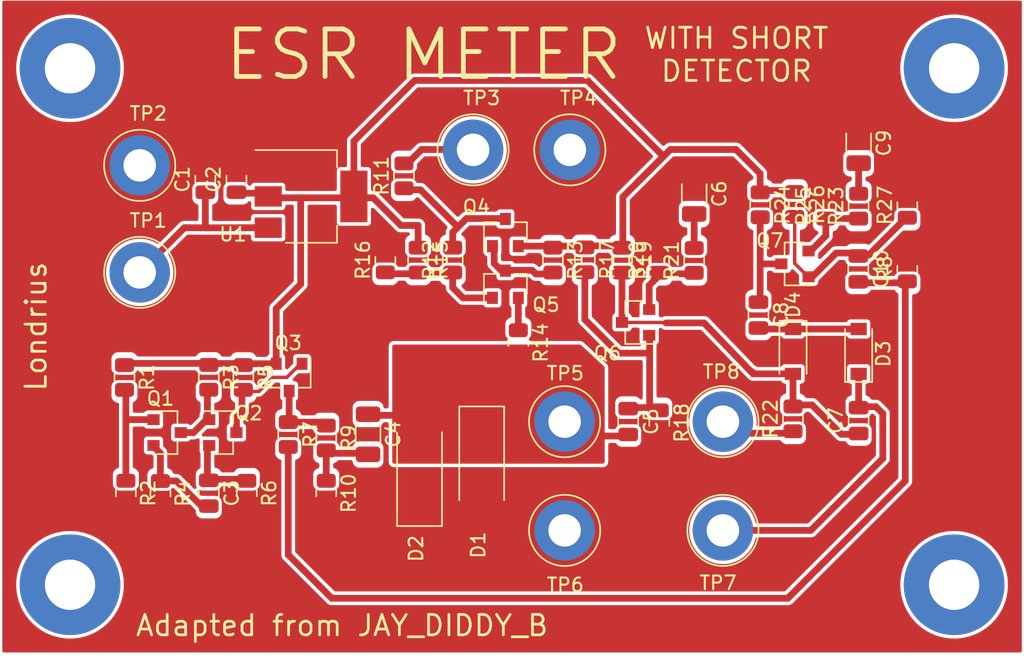
<source format=kicad_pcb>
(kicad_pcb (version 20240108) (generator "pcbnew") (generator_version "8.0")
  (layers (0 "F.Cu" signal) (31 "B.Cu" signal) (34 "B.Paste" user) (35 "F.Paste" user) (36 "B.SilkS" user "B.Silkscreen") (37 "F.SilkS" user "F.Silkscreen") (38 "B.Mask" user) (39 "F.Mask" user) (44 "Edge.Cuts" user))
  (net 0 "")
  (net 1 "GND")
  (net 2 "Net-(C4-Pad2)")
  (net 3 "Net-(C4-Pad1)")
  (net 4 "Net-(U1-VI)")
  (net 5 "Net-(C6-Pad2)")
  (net 6 "Net-(Q3-E)")
  (net 7 "Net-(Q2-E)")
  (net 8 "Net-(Q1-E)")
  (net 9 "Net-(Q6-B)")
  (net 10 "Net-(C9-Pad2)")
  (net 11 "Net-(C10-Pad2)")
  (net 12 "Net-(D3-K)")
  (net 13 "Net-(D4-A)")
  (net 14 "Net-(Q7-C)")
  (net 15 "Net-(D3-A)")
  (net 16 "Net-(Q7-B)")
  (net 17 "Net-(Q1-B)")
  (net 18 "Net-(Q1-C)")
  (net 19 "Net-(Q2-C)")
  (net 20 "Net-(Q3-C)")
  (net 21 "Net-(Q4-B)")
  (net 22 "Net-(Q4-C)")
  (net 23 "Net-(R11-Pad2)")
  (net 24 "Net-(R22-Pad1)")
  (net 25 "Net-(Q5-B)")
  (net 26 "Net-(Q5-E)")
  (net 27 "Net-(Q6-E)")
  (net 28 "Net-(Q7-E)")
  (footprint "Capacitor_SMD:C_0805_2012Metric" (layer "F.Cu") (at 164.9476 48.1674 90)
    (property "Reference" "C1" (at 0 -1.68 90) (layer "F.SilkS"))
    (property "Value" "10u")
    (pad "1" smd roundrect (at -0.95 0 90) (size 1 1.45) (layers "F.Cu" "F.Paste" "F.Mask") (net 4 "Net-(U1-VI)"))
    (pad "2" smd roundrect (at 0.95 0 90) (size 1 1.45) (layers "F.Cu" "F.Paste" "F.Mask") (net 1 "GND"))
  )
  (footprint "Capacitor_SMD:C_0805_2012Metric" (layer "F.Cu") (at 167.2336 48.1674 90)
    (property "Reference" "C2" (at 0 -1.68 90) (layer "F.SilkS"))
    (property "Value" "22u")
    (pad "1" smd roundrect (at -0.95 0 90) (size 1 1.45) (layers "F.Cu" "F.Paste" "F.Mask") (net 6 "Net-(Q3-E)"))
    (pad "2" smd roundrect (at 0.95 0 90) (size 1 1.45) (layers "F.Cu" "F.Paste" "F.Mask") (net 1 "GND"))
  )
  (footprint "Capacitor_SMD:C_0805_2012Metric" (layer "F.Cu") (at 165.2016 71.2634 -90)
    (property "Reference" "C3" (at 0 -1.68 -90) (layer "F.SilkS"))
    (property "Value" "1500p")
    (pad "1" smd roundrect (at -0.95 0 270) (size 1 1.45) (layers "F.Cu" "F.Paste" "F.Mask") (net 7 "Net-(Q2-E)"))
    (pad "2" smd roundrect (at 0.95 0 270) (size 1 1.45) (layers "F.Cu" "F.Paste" "F.Mask") (net 8 "Net-(Q1-E)"))
  )
  (footprint "Capacitor_SMD:C_1206_3216Metric" (layer "F.Cu") (at 176.911 66.929 -90)
    (property "Reference" "C4" (at 0 -1.85 -90) (layer "F.SilkS"))
    (property "Value" "2.2u")
    (pad "1" smd roundrect (at -1.475 0 270) (size 1.15 1.8) (layers "F.Cu" "F.Paste" "F.Mask") (roundrect_rratio 0.217391) (net 3 "Net-(C4-Pad1)"))
    (pad "2" smd roundrect (at 1.475 0 270) (size 1.15 1.8) (layers "F.Cu" "F.Paste" "F.Mask") (roundrect_rratio 0.217391) (net 2 "Net-(C4-Pad2)"))
  )
  (footprint "Capacitor_SMD:C_0805_2012Metric" (layer "F.Cu") (at 196.0372 65.9929 -90)
    (property "Reference" "C5" (at 0 -1.68 -90) (layer "F.SilkS"))
    (property "Value" "22n")
    (pad "1" smd roundrect (at -0.95 0 270) (size 1 1.45) (layers "F.Cu" "F.Paste" "F.Mask") (net 9 "Net-(Q6-B)"))
    (pad "2" smd roundrect (at 0.95 0 270) (size 1 1.45) (layers "F.Cu" "F.Paste" "F.Mask") (net 3 "Net-(C4-Pad1)"))
  )
  (footprint "Capacitor_SMD:C_1206_3216Metric" (layer "F.Cu") (at 200.8886 49.2395 -90)
    (property "Reference" "C6" (at 0 -1.85 -90) (layer "F.SilkS"))
    (property "Value" "2.2u")
    (pad "1" smd roundrect (at -1.475 0 270) (size 1.15 1.8) (layers "F.Cu" "F.Paste" "F.Mask") (roundrect_rratio 0.217391) (net 1 "GND"))
    (pad "2" smd roundrect (at 1.475 0 270) (size 1.15 1.8) (layers "F.Cu" "F.Paste" "F.Mask") (roundrect_rratio 0.217391) (net 5 "Net-(C6-Pad2)"))
  )
  (footprint "Capacitor_SMD:C_0805_2012Metric" (layer "F.Cu") (at 212.979 65.922 90)
    (property "Reference" "C7" (at 0 -1.68 90) (layer "F.SilkS"))
    (property "Value" "22n")
    (pad "1" smd roundrect (at -0.95 0 90) (size 1 1.45) (layers "F.Cu" "F.Paste" "F.Mask") (net 13 "Net-(D4-A)"))
    (pad "2" smd roundrect (at 0.95 0 90) (size 1 1.45) (layers "F.Cu" "F.Paste" "F.Mask") (net 12 "Net-(D3-K)"))
  )
  (footprint "Capacitor_SMD:C_0805_2012Metric" (layer "F.Cu") (at 205.613 58.157 -90)
    (property "Reference" "C8" (at 0 -1.68 -90) (layer "F.SilkS"))
    (property "Value" "22n")
    (pad "1" smd roundrect (at -0.95 0 270) (size 1 1.45) (layers "F.Cu" "F.Paste" "F.Mask") (net 14 "Net-(Q7-C)"))
    (pad "2" smd roundrect (at 0.95 0 270) (size 1 1.45) (layers "F.Cu" "F.Paste" "F.Mask") (net 15 "Net-(D3-A)"))
  )
  (footprint "Capacitor_SMD:C_1206_3216Metric" (layer "F.Cu") (at 212.979 45.5025 -90)
    (property "Reference" "C9" (at 0 -1.85 -90) (layer "F.SilkS"))
    (property "Value" "2.2u")
    (pad "1" smd roundrect (at -1.475 0 270) (size 1.15 1.8) (layers "F.Cu" "F.Paste" "F.Mask") (roundrect_rratio 0.217391) (net 1 "GND"))
    (pad "2" smd roundrect (at 1.475 0 270) (size 1.15 1.8) (layers "F.Cu" "F.Paste" "F.Mask") (roundrect_rratio 0.217391) (net 10 "Net-(C9-Pad2)"))
  )
  (footprint "Capacitor_SMD:C_0805_2012Metric" (layer "F.Cu") (at 212.9536 54.7624 -90)
    (property "Reference" "C10" (at 0 -1.68 -90) (layer "F.SilkS"))
    (property "Value" "22n")
    (pad "1" smd roundrect (at -0.95 0 270) (size 1 1.45) (layers "F.Cu" "F.Paste" "F.Mask") (net 16 "Net-(Q7-B)"))
    (pad "2" smd roundrect (at 0.95 0 270) (size 1 1.45) (layers "F.Cu" "F.Paste" "F.Mask") (net 11 "Net-(C10-Pad2)"))
  )
  (footprint "Diode_SMD:D_SMA_Handsoldering" (layer "F.Cu") (at 185.2676 69.2804 -90)
    (property "Reference" "D1" (at 5.802 0.254 90) (layer "F.SilkS"))
    (property "Value" "M7")
    (pad "1" smd rect (at -2.5 0 270) (size 3.5 1.8) (layers "F.Cu" "F.Paste" "F.Mask") (net 3 "Net-(C4-Pad1)"))
    (pad "2" smd rect (at 2.5 0 270) (size 3.5 1.8) (layers "F.Cu" "F.Paste" "F.Mask") (net 1 "GND"))
  )
  (footprint "Diode_SMD:D_SMA_Handsoldering" (layer "F.Cu") (at 180.6956 69.2804 90)
    (property "Reference" "D2" (at -6.056 -0.254 90) (layer "F.SilkS"))
    (property "Value" "M7")
    (pad "1" smd rect (at -2.5 0 90) (size 3.5 1.8) (layers "F.Cu" "F.Paste" "F.Mask") (net 1 "GND"))
    (pad "2" smd rect (at 2.5 0 90) (size 3.5 1.8) (layers "F.Cu" "F.Paste" "F.Mask") (net 3 "Net-(C4-Pad1)"))
  )
  (footprint "Diode_SMD:D_SOD-123" (layer "F.Cu") (at 212.979 60.832 90)
    (property "Reference" "D3" (at -0.1778 1.8161 90) (layer "F.SilkS"))
    (property "Value" "1N5711")
    (pad "1" smd rect (at -1.65 0 90) (size 0.9 1.2) (layers "F.Cu" "F.Paste" "F.Mask") (net 12 "Net-(D3-K)"))
    (pad "2" smd rect (at 1.65 0 90) (size 0.9 1.2) (layers "F.Cu" "F.Paste" "F.Mask") (net 15 "Net-(D3-A)"))
  )
  (footprint "Diode_SMD:D_SOD-123" (layer "F.Cu") (at 208.153 60.832 -90)
    (property "Reference" "D4" (at -3.43 0 90) (layer "F.SilkS"))
    (property "Value" "1N5711")
    (pad "1" smd rect (at -1.65 0 270) (size 0.9 1.2) (layers "F.Cu" "F.Paste" "F.Mask") (net 15 "Net-(D3-A)"))
    (pad "2" smd rect (at 1.65 0 270) (size 0.9 1.2) (layers "F.Cu" "F.Paste" "F.Mask") (net 13 "Net-(D4-A)"))
  )
  (footprint "Package_TO_SOT_SMD:SOT-23" (layer "F.Cu") (at 166.2336 66.802)
    (property "Reference" "Q2" (at 1.9144 -1.4224 0) (layer "F.SilkS"))
    (property "Value" "MMBT3904")
    (pad "1" smd rect (at -1 -0.95) (size 0.9 0.8) (layers "F.Cu" "F.Paste" "F.Mask") (net 18 "Net-(Q1-C)"))
    (pad "2" smd rect (at -1 0.95) (size 0.9 0.8) (layers "F.Cu" "F.Paste" "F.Mask") (net 7 "Net-(Q2-E)"))
    (pad "3" smd rect (at 1 0) (size 0.9 0.8) (layers "F.Cu" "F.Paste" "F.Mask") (net 19 "Net-(Q2-C)"))
  )
  (footprint "Package_TO_SOT_SMD:SOT-23" (layer "F.Cu") (at 171.1096 62.738 -90)
    (property "Reference" "Q3" (at -2.524 0.066 180) (layer "F.SilkS"))
    (property "Value" "MMBT3906")
    (pad "1" smd rect (at -1 -0.95 270) (size 0.9 0.8) (layers "F.Cu" "F.Paste" "F.Mask") (net 19 "Net-(Q2-C)"))
    (pad "2" smd rect (at -1 0.95 270) (size 0.9 0.8) (layers "F.Cu" "F.Paste" "F.Mask") (net 6 "Net-(Q3-E)"))
    (pad "3" smd rect (at 1 0 270) (size 0.9 0.8) (layers "F.Cu" "F.Paste" "F.Mask") (net 20 "Net-(Q3-C)"))
  )
  (footprint "Package_TO_SOT_SMD:SOT-23" (layer "F.Cu") (at 187.01 52.086 90)
    (property "Reference" "Q4" (at 1.889 -2.1336 180) (layer "F.SilkS"))
    (property "Value" "MMBT3906")
    (pad "1" smd rect (at -1 -0.95 90) (size 0.9 0.8) (layers "F.Cu" "F.Paste" "F.Mask") (net 21 "Net-(Q4-B)"))
    (pad "2" smd rect (at -1 0.95 90) (size 0.9 0.8) (layers "F.Cu" "F.Paste" "F.Mask") (net 6 "Net-(Q3-E)"))
    (pad "3" smd rect (at 1 0 90) (size 0.9 0.8) (layers "F.Cu" "F.Paste" "F.Mask") (net 22 "Net-(Q4-C)"))
  )
  (footprint "Package_TO_SOT_SMD:SOT-23" (layer "F.Cu") (at 187.01 55.8894 90)
    (property "Reference" "Q5" (at -1.5146 2.982 180) (layer "F.SilkS"))
    (property "Value" "MMBT3904")
    (pad "1" smd rect (at -1 -0.95 90) (size 0.9 0.8) (layers "F.Cu" "F.Paste" "F.Mask") (net 25 "Net-(Q5-B)"))
    (pad "2" smd rect (at -1 0.95 90) (size 0.9 0.8) (layers "F.Cu" "F.Paste" "F.Mask") (net 26 "Net-(Q5-E)"))
    (pad "3" smd rect (at 1 0 90) (size 0.9 0.8) (layers "F.Cu" "F.Paste" "F.Mask") (net 21 "Net-(Q4-B)"))
  )
  (footprint "Package_TO_SOT_SMD:SOT-23" (layer "F.Cu") (at 196.58 58.6994 180)
    (property "Reference" "Q6" (at 2.0668 -2.2606 0) (layer "F.SilkS"))
    (property "Value" "MMBT3904")
    (pad "1" smd rect (at -1 -0.95 180) (size 0.9 0.8) (layers "F.Cu" "F.Paste" "F.Mask") (net 9 "Net-(Q6-B)"))
    (pad "2" smd rect (at -1 0.95 180) (size 0.9 0.8) (layers "F.Cu" "F.Paste" "F.Mask") (net 27 "Net-(Q6-E)"))
    (pad "3" smd rect (at 1 0 180) (size 0.9 0.8) (layers "F.Cu" "F.Paste" "F.Mask") (net 13 "Net-(D4-A)"))
  )
  (footprint "Package_TO_SOT_SMD:SOT-23" (layer "F.Cu") (at 208.296 54.3916 180)
    (property "Reference" "Q7" (at 1.8448 1.712 0) (layer "F.SilkS"))
    (property "Value" "MMBT3904")
    (pad "1" smd rect (at -1 -0.95 180) (size 0.9 0.8) (layers "F.Cu" "F.Paste" "F.Mask") (net 16 "Net-(Q7-B)"))
    (pad "2" smd rect (at -1 0.95 180) (size 0.9 0.8) (layers "F.Cu" "F.Paste" "F.Mask") (net 28 "Net-(Q7-E)"))
    (pad "3" smd rect (at 1 0 180) (size 0.9 0.8) (layers "F.Cu" "F.Paste" "F.Mask") (net 14 "Net-(Q7-C)"))
  )
  (footprint "Resistor_SMD:R_0805_2012Metric" (layer "F.Cu") (at 159.004 62.747 -90)
    (property "Reference" "R1" (at 0 -1.65 -90) (layer "F.SilkS"))
    (property "Value" "10K")
    (pad "1" smd roundrect (at -0.9125 0 270) (size 1.025 1.4) (layers "F.Cu" "F.Paste" "F.Mask") (roundrect_rratio 0.243902) (net 6 "Net-(Q3-E)"))
    (pad "2" smd roundrect (at 0.9125 0 270) (size 1.025 1.4) (layers "F.Cu" "F.Paste" "F.Mask") (roundrect_rratio 0.243902) (net 17 "Net-(Q1-B)"))
  )
  (footprint "Resistor_SMD:R_0805_2012Metric" (layer "F.Cu") (at 159.1056 71.2634 -90)
    (property "Reference" "R2" (at 0 -1.65 -90) (layer "F.SilkS"))
    (property "Value" "10K")
    (pad "1" smd roundrect (at -0.9125 0 270) (size 1.025 1.4) (layers "F.Cu" "F.Paste" "F.Mask") (roundrect_rratio 0.243902) (net 17 "Net-(Q1-B)"))
    (pad "2" smd roundrect (at 0.9125 0 270) (size 1.025 1.4) (layers "F.Cu" "F.Paste" "F.Mask") (roundrect_rratio 0.243902) (net 1 "GND"))
  )
  (footprint "Resistor_SMD:R_0805_2012Metric" (layer "F.Cu") (at 165.2016 62.738 -90)
    (property "Reference" "R3" (at 0 -1.65 -90) (layer "F.SilkS"))
    (property "Value" "3300")
    (pad "1" smd roundrect (at -0.9125 0 270) (size 1.025 1.4) (layers "F.Cu" "F.Paste" "F.Mask") (roundrect_rratio 0.243902) (net 6 "Net-(Q3-E)"))
    (pad "2" smd roundrect (at 0.9125 0 270) (size 1.025 1.4) (layers "F.Cu" "F.Paste" "F.Mask") (roundrect_rratio 0.243902) (net 18 "Net-(Q1-C)"))
  )
  (footprint "Resistor_SMD:R_0805_2012Metric" (layer "F.Cu") (at 161.6456 71.2814 -90)
    (property "Reference" "R4" (at 0 -1.65 -90) (layer "F.SilkS"))
    (property "Value" "4700")
    (pad "1" smd roundrect (at -0.9125 0 270) (size 1.025 1.4) (layers "F.Cu" "F.Paste" "F.Mask") (roundrect_rratio 0.243902) (net 8 "Net-(Q1-E)"))
    (pad "2" smd roundrect (at 0.9125 0 270) (size 1.025 1.4) (layers "F.Cu" "F.Paste" "F.Mask") (roundrect_rratio 0.243902) (net 1 "GND"))
  )
  (footprint "Resistor_SMD:R_0805_2012Metric" (layer "F.Cu") (at 167.7416 62.747 -90)
    (property "Reference" "R5" (at 0 -1.65 -90) (layer "F.SilkS"))
    (property "Value" "1500")
    (pad "1" smd roundrect (at -0.9125 0 270) (size 1.025 1.4) (layers "F.Cu" "F.Paste" "F.Mask") (roundrect_rratio 0.243902) (net 6 "Net-(Q3-E)"))
    (pad "2" smd roundrect (at 0.9125 0 270) (size 1.025 1.4) (layers "F.Cu" "F.Paste" "F.Mask") (roundrect_rratio 0.243902) (net 19 "Net-(Q2-C)"))
  )
  (footprint "Resistor_SMD:R_0805_2012Metric" (layer "F.Cu") (at 167.9956 71.2634 -90)
    (property "Reference" "R6" (at 0 -1.65 -90) (layer "F.SilkS"))
    (property "Value" "4700")
    (pad "1" smd roundrect (at -0.9125 0 270) (size 1.025 1.4) (layers "F.Cu" "F.Paste" "F.Mask") (roundrect_rratio 0.243902) (net 7 "Net-(Q2-E)"))
    (pad "2" smd roundrect (at 0.9125 0 270) (size 1.025 1.4) (layers "F.Cu" "F.Paste" "F.Mask") (roundrect_rratio 0.243902) (net 1 "GND"))
  )
  (footprint "Resistor_SMD:R_0805_2012Metric" (layer "F.Cu") (at 171.0436 66.9454 -90)
    (property "Reference" "R7" (at 0 -1.65 -90) (layer "F.SilkS"))
    (property "Value" "1500")
    (pad "1" smd roundrect (at -0.9125 0 270) (size 1.025 1.4) (layers "F.Cu" "F.Paste" "F.Mask") (roundrect_rratio 0.243902) (net 20 "Net-(Q3-C)"))
    (pad "2" smd roundrect (at 0.9125 0 270) (size 1.025 1.4) (layers "F.Cu" "F.Paste" "F.Mask") (roundrect_rratio 0.243902) (net 11 "Net-(C10-Pad2)"))
  )
  (footprint "Resistor_SMD:R_0805_2012Metric" (layer "F.Cu") (at 216.5604 54.7624 90)
    (property "Reference" "R8" (at 0 -1.65 90) (layer "F.SilkS"))
    (property "Value" "30.1")
    (pad "1" smd roundrect (at -0.9125 0 90) (size 1.025 1.4) (layers "F.Cu" "F.Paste" "F.Mask") (roundrect_rratio 0.243902) (net 11 "Net-(C10-Pad2)"))
    (pad "2" smd roundrect (at 0.9125 0 90) (size 1.025 1.4) (layers "F.Cu" "F.Paste" "F.Mask") (roundrect_rratio 0.243902) (net 1 "GND"))
  )
  (footprint "Resistor_SMD:R_0805_2012Metric" (layer "F.Cu") (at 173.8376 67.1994 -90)
    (property "Reference" "R9" (at 0 -1.65 -90) (layer "F.SilkS"))
    (property "Value" "150")
    (pad "1" smd roundrect (at -0.9125 0 270) (size 1.025 1.4) (layers "F.Cu" "F.Paste" "F.Mask") (roundrect_rratio 0.243902) (net 20 "Net-(Q3-C)"))
    (pad "2" smd roundrect (at 0.9125 0 270) (size 1.025 1.4) (layers "F.Cu" "F.Paste" "F.Mask") (roundrect_rratio 0.243902) (net 2 "Net-(C4-Pad2)"))
  )
  (footprint "Resistor_SMD:R_0805_2012Metric" (layer "F.Cu") (at 173.8376 71.2634 -90)
    (property "Reference" "R10" (at 0 -1.65 -90) (layer "F.SilkS"))
    (property "Value" "3.01")
    (pad "1" smd roundrect (at -0.9125 0 270) (size 1.025 1.4) (layers "F.Cu" "F.Paste" "F.Mask") (roundrect_rratio 0.243902) (net 2 "Net-(C4-Pad2)"))
    (pad "2" smd roundrect (at 0.9125 0 270) (size 1.025 1.4) (layers "F.Cu" "F.Paste" "F.Mask") (roundrect_rratio 0.243902) (net 1 "GND"))
  )
  (footprint "Resistor_SMD:R_0805_2012Metric" (layer "F.Cu") (at 179.5526 47.9134 90)
    (property "Reference" "R11" (at 0 -1.65 90) (layer "F.SilkS"))
    (property "Value" "390")
    (pad "1" smd roundrect (at -0.9125 0 90) (size 1.025 1.4) (layers "F.Cu" "F.Paste" "F.Mask") (roundrect_rratio 0.243902) (net 22 "Net-(Q4-C)"))
    (pad "2" smd roundrect (at 0.9125 0 90) (size 1.025 1.4) (layers "F.Cu" "F.Paste" "F.Mask") (roundrect_rratio 0.243902) (net 23 "Net-(R11-Pad2)"))
  )
  (footprint "Resistor_SMD:R_0805_2012Metric" (layer "F.Cu") (at 183.134 54.111 90)
    (property "Reference" "R12" (at 0 -1.65 90) (layer "F.SilkS"))
    (property "Value" "47K")
    (pad "1" smd roundrect (at -0.9125 0 90) (size 1.025 1.4) (layers "F.Cu" "F.Paste" "F.Mask") (roundrect_rratio 0.243902) (net 25 "Net-(Q5-B)"))
    (pad "2" smd roundrect (at 0.9125 0 90) (size 1.025 1.4) (layers "F.Cu" "F.Paste" "F.Mask") (roundrect_rratio 0.243902) (net 22 "Net-(Q4-C)"))
  )
  (footprint "Resistor_SMD:R_0805_2012Metric" (layer "F.Cu") (at 187.96 60.189 -90)
    (property "Reference" "R14" (at 0 -1.65 -90) (layer "F.SilkS"))
    (property "Value" "68")
    (pad "1" smd roundrect (at -0.9125 0 270) (size 1.025 1.4) (layers "F.Cu" "F.Paste" "F.Mask") (roundrect_rratio 0.243902) (net 26 "Net-(Q5-E)"))
    (pad "2" smd roundrect (at 0.9125 0 270) (size 1.025 1.4) (layers "F.Cu" "F.Paste" "F.Mask") (roundrect_rratio 0.243902) (net 3 "Net-(C4-Pad1)"))
  )
  (footprint "Resistor_SMD:R_0805_2012Metric" (layer "F.Cu") (at 180.594 54.111 -90)
    (property "Reference" "R15" (at 0 -1.65 -90) (layer "F.SilkS"))
    (property "Value" "4700")
    (pad "1" smd roundrect (at -0.9125 0 270) (size 1.025 1.4) (layers "F.Cu" "F.Paste" "F.Mask") (roundrect_rratio 0.243902) (net 6 "Net-(Q3-E)"))
    (pad "2" smd roundrect (at 0.9125 0 270) (size 1.025 1.4) (layers "F.Cu" "F.Paste" "F.Mask") (roundrect_rratio 0.243902) (net 25 "Net-(Q5-B)"))
  )
  (footprint "Resistor_SMD:R_0805_2012Metric" (layer "F.Cu") (at 178.181 54.102 90)
    (property "Reference" "R16" (at 0 -1.65 90) (layer "F.SilkS"))
    (property "Value" "1200")
    (pad "1" smd roundrect (at -0.9125 0 90) (size 1.025 1.4) (layers "F.Cu" "F.Paste" "F.Mask") (roundrect_rratio 0.243902) (net 25 "Net-(Q5-B)"))
    (pad "2" smd roundrect (at 0.9125 0 90) (size 1.025 1.4) (layers "F.Cu" "F.Paste" "F.Mask") (roundrect_rratio 0.243902) (net 1 "GND"))
  )
  (footprint "Resistor_SMD:R_0805_2012Metric" (layer "F.Cu") (at 192.8495 54.093 -90)
    (property "Reference" "R17" (at 0 -1.65 -90) (layer "F.SilkS"))
    (property "Value" "27K")
    (pad "1" smd roundrect (at -0.9125 0 270) (size 1.025 1.4) (layers "F.Cu" "F.Paste" "F.Mask") (roundrect_rratio 0.243902) (net 6 "Net-(Q3-E)"))
    (pad "2" smd roundrect (at 0.9125 0 270) (size 1.025 1.4) (layers "F.Cu" "F.Paste" "F.Mask") (roundrect_rratio 0.243902) (net 9 "Net-(Q6-B)"))
  )
  (footprint "Resistor_SMD:R_0805_2012Metric" (layer "F.Cu") (at 198.3232 66.0818 -90)
    (property "Reference" "R18" (at 0 -1.65 -90) (layer "F.SilkS"))
    (property "Value" "10K")
    (pad "1" smd roundrect (at -0.9125 0 270) (size 1.025 1.4) (layers "F.Cu" "F.Paste" "F.Mask") (roundrect_rratio 0.243902) (net 9 "Net-(Q6-B)"))
    (pad "2" smd roundrect (at 0.9125 0 270) (size 1.025 1.4) (layers "F.Cu" "F.Paste" "F.Mask") (roundrect_rratio 0.243902) (net 1 "GND"))
  )
  (footprint "Resistor_SMD:R_0805_2012Metric" (layer "F.Cu") (at 195.58 54.1184 -90)
    (property "Reference" "R19" (at 0 -1.65 -90) (layer "F.SilkS"))
    (property "Value" "1200")
    (pad "1" smd roundrect (at -0.9125 0 270) (size 1.025 1.4) (layers "F.Cu" "F.Paste" "F.Mask") (roundrect_rratio 0.243902) (net 6 "Net-(Q3-E)"))
    (pad "2" smd roundrect (at 0.9125 0 270) (size 1.025 1.4) (layers "F.Cu" "F.Paste" "F.Mask") (roundrect_rratio 0.243902) (net 13 "Net-(D4-A)"))
  )
  (footprint "Resistor_SMD:R_0805_2012Metric" (layer "F.Cu") (at 198.3105 54.1274 90)
    (property "Reference" "R20" (at 0 -1.65 90) (layer "F.SilkS"))
    (property "Value" "330")
    (pad "1" smd roundrect (at -0.9125 0 90) (size 1.025 1.4) (layers "F.Cu" "F.Paste" "F.Mask") (roundrect_rratio 0.243902) (net 27 "Net-(Q6-E)"))
    (pad "2" smd roundrect (at 0.9125 0 90) (size 1.025 1.4) (layers "F.Cu" "F.Paste" "F.Mask") (roundrect_rratio 0.243902) (net 1 "GND"))
  )
  (footprint "Resistor_SMD:R_0805_2012Metric" (layer "F.Cu") (at 200.8886 54.1364 90)
    (property "Reference" "R21" (at 0 -1.65 90) (layer "F.SilkS"))
    (property "Value" "33")
    (pad "1" smd roundrect (at -0.9125 0 90) (size 1.025 1.4) (layers "F.Cu" "F.Paste" "F.Mask") (roundrect_rratio 0.243902) (net 27 "Net-(Q6-E)"))
    (pad "2" smd roundrect (at 0.9125 0 90) (size 1.025 1.4) (layers "F.Cu" "F.Paste" "F.Mask") (roundrect_rratio 0.243902) (net 5 "Net-(C6-Pad2)"))
  )
  (footprint "Resistor_SMD:R_0805_2012Metric" (layer "F.Cu") (at 208.153 65.795 90)
    (property "Reference" "R22" (at 0 -1.65 90) (layer "F.SilkS"))
    (property "Value" "X")
    (pad "1" smd roundrect (at -0.9125 0 90) (size 1.025 1.4) (layers "F.Cu" "F.Paste" "F.Mask") (roundrect_rratio 0.243902) (net 24 "Net-(R22-Pad1)"))
    (pad "2" smd roundrect (at 0.9125 0 90) (size 1.025 1.4) (layers "F.Cu" "F.Paste" "F.Mask") (roundrect_rratio 0.243902) (net 13 "Net-(D4-A)"))
  )
  (footprint "Resistor_SMD:R_0805_2012Metric" (layer "F.Cu") (at 212.979 50.1433 90)
    (property "Reference" "R23" (at 0 -1.65 90) (layer "F.SilkS"))
    (property "Value" "33")
    (pad "1" smd roundrect (at -0.9125 0 90) (size 1.025 1.4) (layers "F.Cu" "F.Paste" "F.Mask") (roundrect_rratio 0.243902) (net 28 "Net-(Q7-E)"))
    (pad "2" smd roundrect (at 0.9125 0 90) (size 1.025 1.4) (layers "F.Cu" "F.Paste" "F.Mask") (roundrect_rratio 0.243902) (net 10 "Net-(C9-Pad2)"))
  )
  (footprint "Resistor_SMD:R_0805_2012Metric" (layer "F.Cu") (at 205.74 50.047 -90)
    (property "Reference" "R24" (at 0 -1.65 -90) (layer "F.SilkS"))
    (property "Value" "1200")
    (pad "1" smd roundrect (at -0.9125 0 270) (size 1.025 1.4) (layers "F.Cu" "F.Paste" "F.Mask") (roundrect_rratio 0.243902) (net 6 "Net-(Q3-E)"))
    (pad "2" smd roundrect (at 0.9125 0 270) (size 1.025 1.4) (layers "F.Cu" "F.Paste" "F.Mask") (roundrect_rratio 0.243902) (net 14 "Net-(Q7-C)"))
  )
  (footprint "Resistor_SMD:R_0805_2012Metric" (layer "F.Cu") (at 210.566 50.1433 90)
    (property "Reference" "R25" (at 0 -1.65 90) (layer "F.SilkS"))
    (property "Value" "330")
    (pad "1" smd roundrect (at -0.9125 0 90) (size 1.025 1.4) (layers "F.Cu" "F.Paste" "F.Mask") (roundrect_rratio 0.243902) (net 28 "Net-(Q7-E)"))
    (pad "2" smd roundrect (at 0.9125 0 90) (size 1.025 1.4) (layers "F.Cu" "F.Paste" "F.Mask") (roundrect_rratio 0.243902) (net 1 "GND"))
  )
  (footprint "Resistor_SMD:R_0805_2012Metric" (layer "F.Cu") (at 208.28 50.0163 -90)
    (property "Reference" "R26" (at 0 -1.65 -90) (layer "F.SilkS"))
    (property "Value" "27K")
    (pad "1" smd roundrect (at -0.9125 0 270) (size 1.025 1.4) (layers "F.Cu" "F.Paste" "F.Mask") (roundrect_rratio 0.243902) (net 6 "Net-(Q3-E)"))
    (pad "2" smd roundrect (at 0.9125 0 270) (size 1.025 1.4) (layers "F.Cu" "F.Paste" "F.Mask") (roundrect_rratio 0.243902) (net 16 "Net-(Q7-B)"))
  )
  (footprint "Resistor_SMD:R_0805_2012Metric" (layer "F.Cu") (at 216.5604 50.0798 90)
    (property "Reference" "R27" (at 0 -1.65 90) (layer "F.SilkS"))
    (property "Value" "10K")
    (pad "1" smd roundrect (at -0.9125 0 90) (size 1.025 1.4) (layers "F.Cu" "F.Paste" "F.Mask") (roundrect_rratio 0.243902) (net 16 "Net-(Q7-B)"))
    (pad "2" smd roundrect (at 0.9125 0 90) (size 1.025 1.4) (layers "F.Cu" "F.Paste" "F.Mask") (roundrect_rratio 0.243902) (net 1 "GND"))
  )
  (footprint "JDB_TEST_POINT:keystone_1514_93_hole" (layer "F.Cu") (at 184.6326 46)
    (property "Reference" "TP3" (at 0.635 -3.81 0) (layer "F.SilkS"))
    (property "Value" "TestPoint")
    (pad "1" thru_hole circle (at 0 0) (size 4.445 4.445) (drill 2.3876) (layers "*.Cu" "*.Mask") (net 23 "Net-(R11-Pad2)"))
  )
  (footprint "JDB_TEST_POINT:keystone_1514_93_hole" (layer "F.Cu") (at 191.7446 46)
    (property "Reference" "TP4" (at 0.635 -3.81 0) (layer "F.SilkS"))
    (property "Value" "TestPoint")
    (pad "1" thru_hole circle (at 0 0) (size 4.445 4.445) (drill 2.3876) (layers "*.Cu" "*.Mask") (net 1 "GND"))
  )
  (footprint "JDB_TEST_POINT:keystone_1514_93_hole" (layer "F.Cu") (at 191.3636 66)
    (property "Reference" "TP5" (at 0.0508 -3.556 0) (layer "F.SilkS"))
    (property "Value" "TestPoint")
    (pad "1" thru_hole circle (at 0 0) (size 4.445 4.445) (drill 2.3876) (layers "*.Cu" "*.Mask") (net 3 "Net-(C4-Pad1)"))
  )
  (footprint "JDB_TEST_POINT:keystone_1514_93_hole" (layer "F.Cu") (at 191.3636 74)
    (property "Reference" "TP6" (at 0.0508 4.0132 0) (layer "F.SilkS"))
    (property "Value" "TestPoint")
    (pad "1" thru_hole circle (at 0 0) (size 4.445 4.445) (drill 2.3876) (layers "*.Cu" "*.Mask") (net 1 "GND"))
  )
  (footprint "JDB_TEST_POINT:keystone_1514_93_hole" (layer "F.Cu") (at 203 74)
    (property "Reference" "TP7" (at -0.3556 3.8608 0) (layer "F.SilkS"))
    (property "Value" "TestPoint")
    (pad "1" thru_hole circle (at 0 0) (size 4.445 4.445) (drill 2.3876) (layers "*.Cu" "*.Mask") (net 12 "Net-(D3-K)"))
  )
  (footprint "JDB_TEST_POINT:keystone_1514_93_hole" (layer "F.Cu") (at 203 66)
    (property "Reference" "TP8" (at -0.1143 -3.6703 0) (layer "F.SilkS"))
    (property "Value" "TestPoint")
    (pad "1" thru_hole circle (at 0 0) (size 4.445 4.445) (drill 2.3876) (layers "*.Cu" "*.Mask") (net 24 "Net-(R22-Pad1)"))
  )
  (footprint "Package_TO_SOT_SMD:SOT-223-3_TabPin2" (layer "F.Cu") (at 172.7196 49.4284)
    (property "Reference" "U1" (at -5.74 2.794 0) (layer "F.SilkS"))
    (property "Value" "AZ1117-5.0")
    (pad "1" smd rect (at -3.15 -2.3) (size 2 1.5) (layers "F.Cu" "F.Paste" "F.Mask") (net 1 "GND"))
    (pad "2" smd rect (at -3.15 0) (size 2 1.5) (layers "F.Cu" "F.Paste" "F.Mask") (net 6 "Net-(Q3-E)"))
    (pad "2" smd rect (at 3.15 0) (size 2 3.8) (layers "F.Cu" "F.Paste" "F.Mask") (net 6 "Net-(Q3-E)"))
    (pad "3" smd rect (at -3.15 2.3) (size 2 1.5) (layers "F.Cu" "F.Paste" "F.Mask") (net 4 "Net-(U1-VI)"))
  )
  (footprint "JDB_TEST_POINT:keystone_1514_93_hole" (layer "F.Cu") (at 160.1216 55.0164)
    (property "Reference" "TP1" (at 0.635 -3.81 0) (layer "F.SilkS"))
    (property "Value" "TestPoint")
    (pad "1" thru_hole circle (at 0 0) (size 4.445 4.445) (drill 2.3876) (layers "*.Cu" "*.Mask") (net 4 "Net-(U1-VI)"))
  )
  (footprint "JDB_TEST_POINT:keystone_1514_93_hole" (layer "F.Cu") (at 160.1216 47.1424)
    (property "Reference" "TP2" (at 0.635 -3.81 0) (layer "F.SilkS"))
    (property "Value" "TestPoint")
    (pad "1" thru_hole circle (at 0 0) (size 4.445 4.445) (drill 2.3876) (layers "*.Cu" "*.Mask") (net 1 "GND"))
  )
  (footprint "MountingHole:MountingHole_3.7mm_Pad" (layer "F.Cu") (at 155 40)
    (property "Reference" "H1" (at 0 0 0) (layer "F.SilkS"))
    (property "Value" "MountingHole")
    (pad "1" thru_hole circle (at 0 0) (size 7.4 7.4) (drill 3.7) (layers "*.Cu" "*.Mask"))
  )
  (footprint "MountingHole:MountingHole_3.7mm_Pad" (layer "F.Cu") (at 155 78)
    (property "Reference" "H2" (at 0 0 0) (layer "F.SilkS"))
    (property "Value" "MountingHole")
    (pad "1" thru_hole circle (at 0 0) (size 7.4 7.4) (drill 3.7) (layers "*.Cu" "*.Mask"))
  )
  (footprint "MountingHole:MountingHole_3.7mm_Pad" (layer "F.Cu") (at 220 40)
    (property "Reference" "H3" (at 0 0 0) (layer "F.SilkS"))
    (property "Value" "MountingHole")
    (pad "1" thru_hole circle (at 0 0) (size 7.4 7.4) (drill 3.7) (layers "*.Cu" "*.Mask"))
  )
  (footprint "MountingHole:MountingHole_3.7mm_Pad" (layer "F.Cu") (at 220 78)
    (property "Reference" "H4" (at 0 0 0) (layer "F.SilkS"))
    (property "Value" "MountingHole")
    (pad "1" thru_hole circle (at 0 0) (size 7.4 7.4) (drill 3.7) (layers "*.Cu" "*.Mask"))
  )
  (footprint "Package_TO_SOT_SMD:SOT-23" (layer "F.Cu") (at 162.1376 66.802)
    (property "Reference" "Q1" (at -0.492 -2.5 0) (layer "F.SilkS"))
    (property "Value" "MMBT3904")
    (pad "1" smd rect (at -1 -0.95) (size 0.9 0.8) (layers "F.Cu" "F.Paste" "F.Mask") (net 17 "Net-(Q1-B)"))
    (pad "2" smd rect (at -1 0.95) (size 0.9 0.8) (layers "F.Cu" "F.Paste" "F.Mask") (net 8 "Net-(Q1-E)"))
    (pad "3" smd rect (at 1 0) (size 0.9 0.8) (layers "F.Cu" "F.Paste" "F.Mask") (net 18 "Net-(Q1-C)"))
  )
  (footprint "Resistor_SMD:R_0805_2012Metric" (layer "F.Cu") (at 190.5 54.111 -90)
    (property "Reference" "R13" (at 0 -1.65 -90) (layer "F.SilkS"))
    (property "Value" "390")
    (pad "1" smd roundrect (at -0.9125 0 270) (size 1.025 1.4) (layers "F.Cu" "F.Paste" "F.Mask") (roundrect_rratio 0.243902) (net 6 "Net-(Q3-E)"))
    (pad "2" smd roundrect (at 0.9125 0 270) (size 1.025 1.4) (layers "F.Cu" "F.Paste" "F.Mask") (roundrect_rratio 0.243902) (net 21 "Net-(Q4-B)"))
  )
  (gr_line (start 150 35) (end 150 83) (stroke (width 0.05)) (layer "Edge.Cuts"))
  (gr_line (start 150 83) (end 225 83) (stroke (width 0.05)) (layer "Edge.Cuts"))
  (gr_line (start 225 83) (end 225 35) (stroke (width 0.05)) (layer "Edge.Cuts"))
  (gr_line (start 225 35) (end 150 35) (stroke (width 0.05)) (layer "Edge.Cuts"))
  (gr_text "Adapted from JAY_DIDDY_B" (at 175 81 0) (layer "F.SilkS") (effects (font (size 1.5 1.5) (thickness 0.2))))
  (gr_text "WITH SHORT\nDETECTOR" (at 204 39 0) (layer "F.SilkS") (effects (font (size 1.5 1.5) (thickness 0.2))))
  (gr_text "ESR METER" (at 181 39 0) (layer "F.SilkS") (effects (font (size 3.5 3.5) (thickness 0.35))))
  (gr_text "Londrius" (at 152.5 59 90) (layer "F.SilkS") (effects (font (size 1.5 1.5) (thickness 0.2))))
  (segment (start 173.8376 68.4276) (end 173.9392 68.326) (width 0.5) (layer "F.Cu") (net 2))
  (segment (start 173.8376 70.2384) (end 173.8376 68.4276) (width 0.5) (layer "F.Cu") (net 2))
  (segment (start 173.9392 68.326) (end 176.784 68.326) (width 0.5) (layer "F.Cu") (net 2))
  (segment (start 190.7756 66.7804) (end 191.262 66.294) (width 0.5) (layer "F.Cu") (net 3))
  (segment (start 191.3636 66) (end 191.3636 64.6176) (width 0.5) (layer "F.Cu") (net 3))
  (segment (start 193.548 67.056) (end 196.088 67.056) (width 0.5) (layer "F.Cu") (net 3))
  (segment (start 191.262 66.294) (end 192.786 66.294) (width 0.5) (layer "F.Cu") (net 3))
  (segment (start 176.9962 65.532) (end 180.086 65.532) (width 0.5) (layer "F.Cu") (net 3))
  (segment (start 185.2676 66.7804) (end 190.7756 66.7804) (width 0.5) (layer "F.Cu") (net 3))
  (segment (start 191.3636 64.6176) (end 187.96 61.214) (width 0.5) (layer "F.Cu") (net 3))
  (segment (start 180.594 66.802) (end 185.166 66.802) (width 0.5) (layer "F.Cu") (net 3))
  (segment (start 192.786 66.294) (end 193.548 67.056) (width 0.5) (layer "F.Cu") (net 3))
  (segment (start 179.9754 66.1834) (end 180.594 66.802) (width 0.5) (layer "F.Cu") (net 3))
  (segment (start 164.9476 49.1924) (end 164.9476 51.7398) (width 0.5) (layer "F.Cu") (net 4))
  (segment (start 164.9476 51.7398) (end 163.4096 51.7284) (width 0.5) (layer "F.Cu") (net 4))
  (segment (start 169.5696 51.7284) (end 164.9476 51.7398) (width 0.5) (layer "F.Cu") (net 4))
  (segment (start 163.4096 51.7284) (end 160.274 54.864) (width 0.5) (layer "F.Cu") (net 4))
  (segment (start 200.8886 53.1114) (end 200.8886 50.8254) (width 0.5) (layer "F.Cu") (net 5))
  (segment (start 200.8886 50.8254) (end 200.914 50.8) (width 0.5) (layer "F.Cu") (net 5))
  (segment (start 205.7707 48.9913) (end 205.74 49.022) (width 0.5) (layer "F.Cu") (net 6))
  (segment (start 171.958 55.88) (end 171.958 49.53) (width 0.5) (layer "F.Cu") (net 6))
  (segment (start 175.8696 45.3644) (end 180.34 40.894) (width 0.5) (layer "F.Cu") (net 6))
  (segment (start 170.1596 57.6784) (end 171.958 55.88) (width 0.5) (layer "F.Cu") (net 6))
  (segment (start 171.958 49.53) (end 176.022 49.53) (width 0.5) (layer "F.Cu") (net 6))
  (segment (start 179.324 51.562) (end 177.292 49.53) (width 0.5) (layer "F.Cu") (net 6))
  (segment (start 190.5 53.086) (end 192.786 53.086) (width 0.5) (layer "F.Cu") (net 6))
  (segment (start 170.1596 61.4934) (end 170.1596 57.6784) (width 0.5) (layer "F.Cu") (net 6))
  (segment (start 198.628 46.482) (end 199.136 45.974) (width 0.5) (layer "F.Cu") (net 6))
  (segment (start 195.562 53.068) (end 195.58 53.086) (width 0.5) (layer "F.Cu") (net 6))
  (segment (start 167.894 61.722) (end 165.354 61.722) (width 0.5) (layer "F.Cu") (net 6))
  (segment (start 199.136 45.974) (end 203.962 45.974) (width 0.5) (layer "F.Cu") (net 6))
  (segment (start 159.013 61.713) (end 159.004 61.722) (width 0.5) (layer "F.Cu") (net 6))
  (segment (start 177.292 49.53) (end 176.022 49.53) (width 0.5) (layer "F.Cu") (net 6))
  (segment (start 192.8495 53.068) (end 195.562 53.068) (width 0.5) (layer "F.Cu") (net 6))
  (segment (start 167.2336 49.1924) (end 169.3344 49.1924) (width 0.5) (layer "F.Cu") (net 6))
  (segment (start 208.28 48.9913) (end 205.7707 48.9913) (width 0.5) (layer "F.Cu") (net 6))
  (segment (start 180.594 53.086) (end 180.594 51.562) (width 0.5) (layer "F.Cu") (net 6))
  (segment (start 169.672 49.53) (end 171.958 49.53) (width 0.5) (layer "F.Cu") (net 6))
  (segment (start 187.96 53.086) (end 190.754 53.086) (width 0.5) (layer "F.Cu") (net 6))
  (segment (start 195.6435 49.4665) (end 198.628 46.482) (width 0.5) (layer "F.Cu") (net 6))
  (segment (start 205.74 47.752) (end 205.74 48.768) (width 0.5) (layer "F.Cu") (net 6))
  (segment (start 180.594 51.562) (end 179.324 51.562) (width 0.5) (layer "F.Cu") (net 6))
  (segment (start 196.6976 48.4124) (end 198.628 46.482) (width 0.5) (layer "F.Cu") (net 6))
  (segment (start 175.8696 49.4284) (end 175.8696 45.3644) (width 0.5) (layer "F.Cu") (net 6))
  (segment (start 169.3344 49.1924) (end 169.672 49.53) (width 0.5) (layer "F.Cu") (net 6))
  (segment (start 180.34 40.894) (end 193.04 40.894) (width 0.5) (layer "F.Cu") (net 6))
  (segment (start 195.6435 53.086) (end 195.6435 49.4665) (width 0.5) (layer "F.Cu") (net 6))
  (segment (start 193.04 40.894) (end 198.628 46.482) (width 0.5) (layer "F.Cu") (net 6))
  (segment (start 165.2016 61.713) (end 159.013 61.713) (width 0.5) (layer "F.Cu") (net 6))
  (segment (start 170.1596 61.738) (end 167.91 61.738) (width 0.5) (layer "F.Cu") (net 6))
  (segment (start 203.962 45.974) (end 205.74 47.752) (width 0.5) (layer "F.Cu") (net 6))
  (segment (start 167.91 61.738) (end 167.894 61.722) (width 0.5) (layer "F.Cu") (net 6))
  (segment (start 165.1 70.104) (end 165.1 67.818) (width 0.5) (layer "F.Cu") (net 7))
  (segment (start 165.2344 70.2384) (end 165.1 70.104) (width 0.5) (layer "F.Cu") (net 7))
  (segment (start 167.9956 70.2384) (end 165.2344 70.2384) (width 0.5) (layer "F.Cu") (net 7))
  (segment (start 165.2016 72.2884) (end 164.7444 72.2884) (width 0.5) (layer "F.Cu") (net 8))
  (segment (start 161.6456 68.326) (end 161.0868 67.7672) (width 0.5) (layer "F.Cu") (net 8))
  (segment (start 162.814 70.358) (end 161.798 70.358) (width 0.5) (layer "F.Cu") (net 8))
  (segment (start 164.7444 72.2884) (end 162.814 70.358) (width 0.5) (layer "F.Cu") (net 8))
  (segment (start 161.6456 70.2564) (end 161.6456 68.326) (width 0.5) (layer "F.Cu") (net 8))
  (segment (start 192.8495 55.118) (end 192.8495 58.4835) (width 0.5) (layer "F.Cu") (net 9))
  (segment (start 196.0372 64.9679) (end 197.5559 64.9679) (width 0.5) (layer "F.Cu") (net 9))
  (segment (start 198.3232 65.0568) (end 197.6448 65.0568) (width 0.5) (layer "F.Cu") (net 9))
  (segment (start 197.612 65.024) (end 197.612 60.96) (width 0.5) (layer "F.Cu") (net 9))
  (segment (start 197.6448 65.0568) (end 197.5559 64.9679) (width 0.5) (layer "F.Cu") (net 9))
  (segment (start 192.8495 58.4835) (end 195.326 60.96) (width 0.5) (layer "F.Cu") (net 9))
  (segment (start 197.5559 64.9679) (end 197.612 65.024) (width 0.5) (layer "F.Cu") (net 9))
  (segment (start 195.326 60.96) (end 197.612 60.96) (width 0.5) (layer "F.Cu") (net 9))
  (segment (start 197.612 60.96) (end 197.612 59.69) (width 0.5) (layer "F.Cu") (net 9))
  (segment (start 212.979 49.1183) (end 212.979 47.371) (width 0.5) (layer "F.Cu") (net 10))
  (segment (start 212.979 47.371) (end 213.106 47.244) (width 0.5) (layer "F.Cu") (net 10))
  (segment (start 171.0436 75.7936) (end 174.244 78.994) (width 0.5) (layer "F.Cu") (net 11))
  (segment (start 216.408 70.358) (end 216.408 55.88) (width 0.5) (layer "F.Cu") (net 11))
  (segment (start 174.244 78.994) (end 207.772 78.994) (width 0.5) (layer "F.Cu") (net 11))
  (segment (start 207.772 78.994) (end 216.408 70.358) (width 0.5) (layer "F.Cu") (net 11))
  (segment (start 216.408 55.88) (end 216.3154 55.7874) (width 0.5) (layer "F.Cu") (net 11))
  (segment (start 171.0436 67.9704) (end 171.0436 75.7936) (width 0.5) (layer "F.Cu") (net 11))
  (segment (start 216.3154 55.7874) (end 212.9536 55.7874) (width 0.5) (layer "F.Cu") (net 11))
  (segment (start 214.757 66.421) (end 214.757 65.405) (width 0.5) (layer "F.Cu") (net 12))
  (segment (start 214.249 64.897) (end 212.979 64.897) (width 0.5) (layer "F.Cu") (net 12))
  (segment (start 214.757 65.405) (end 214.249 64.897) (width 0.5) (layer "F.Cu") (net 12))
  (segment (start 214.757 68.707) (end 214.757 66.421) (width 0.5) (layer "F.Cu") (net 12))
  (segment (start 212.979 64.897) (end 212.979 62.357) (width 0.5) (layer "F.Cu") (net 12))
  (segment (start 209.464 74) (end 214.757 68.707) (width 0.5) (layer "F.Cu") (net 12))
  (segment (start 203 74) (end 209.464 74) (width 0.5) (layer "F.Cu") (net 12))
  (segment (start 208.153 62.482) (end 208.153 64.77) (width 0.5) (layer "F.Cu") (net 13))
  (segment (start 205.357 62.482) (end 204.978 62.23) (width 0.5) (layer "F.Cu") (net 13))
  (segment (start 208.153 64.77) (end 209.55 64.77) (width 0.5) (layer "F.Cu") (net 13))
  (segment (start 201.6125 58.7375) (end 198.8185 58.7375) (width 0.5) (layer "F.Cu") (net 13))
  (segment (start 205.23 62.482) (end 204.978 62.23) (width 0.5) (layer "F.Cu") (net 13))
  (segment (start 211.709 66.929) (end 212.725 66.929) (width 0.5) (layer "F.Cu") (net 13))
  (segment (start 195.58 58.6994) (end 195.58 55.1815) (width 0.5) (layer "F.Cu") (net 13))
  (segment (start 208.153 62.482) (end 205.23 62.482) (width 0.5) (layer "F.Cu") (net 13))
  (segment (start 195.58 58.6994) (end 198.6534 58.6994) (width 0.25) (layer "F.Cu") (net 13))
  (segment (start 209.55 64.77) (end 211.709 66.929) (width 0.5) (layer "F.Cu") (net 13))
  (segment (start 204.978 62.23) (end 201.6125 58.7375) (width 0.5) (layer "F.Cu") (net 13))
  (segment (start 205.74 54.483) (end 205.74 57.15) (width 0.5) (layer "F.Cu") (net 14))
  (segment (start 205.74 51.072) (end 205.74 54.483) (width 0.5) (layer "F.Cu") (net 14))
  (segment (start 205.8314 54.3916) (end 205.74 54.483) (width 0.5) (layer "F.Cu") (net 14))
  (segment (start 207.296 54.3916) (end 207.0456 54.3916) (width 0.5) (layer "F.Cu") (net 14))
  (segment (start 207.296 54.3916) (end 205.8314 54.3916) (width 0.5) (layer "F.Cu") (net 14))
  (segment (start 205.613 59.182) (end 205.486 59.309) (width 0.5) (layer "F.Cu") (net 15))
  (segment (start 212.979 59.182) (end 205.613 59.182) (width 0.5) (layer "F.Cu") (net 15))
  (segment (start 208.28 51.0413) (end 208.28 54.356) (width 0.25) (layer "F.Cu") (net 16))
  (segment (start 208.28 54.356) (end 209.296 55.372) (width 0.25) (layer "F.Cu") (net 16))
  (segment (start 211.328 53.594) (end 212.852 53.594) (width 0.5) (layer "F.Cu") (net 16))
  (segment (start 209.5804 55.3416) (end 211.328 53.594) (width 0.5) (layer "F.Cu") (net 16))
  (segment (start 212.9536 53.7374) (end 213.7246 53.7374) (width 0.5) (layer "F.Cu") (net 16))
  (segment (start 213.7246 53.7374) (end 216.408 51.054) (width 0.5) (layer "F.Cu") (net 16))
  (segment (start 209.296 55.3416) (end 209.5804 55.3416) (width 0.5) (layer "F.Cu") (net 16))
  (segment (start 161.1376 65.852) (end 159.1208 65.852) (width 0.5) (layer "F.Cu") (net 17))
  (segment (start 159.1056 65.8368) (end 159.1056 63.8556) (width 0.5) (layer "F.Cu") (net 17))
  (segment (start 159.1056 63.6524) (end 159.004 63.754) (width 0.5) (layer "F.Cu") (net 17))
  (segment (start 159.1208 65.852) (end 159.1056 65.8368) (width 0.5) (layer "F.Cu") (net 17))
  (segment (start 159.1056 70.2384) (end 159.1056 65.8368) (width 0.5) (layer "F.Cu") (net 17))
  (segment (start 159.1056 63.8556) (end 159.004 63.754) (width 0.5) (layer "F.Cu") (net 17))
  (segment (start 165.1 65.786) (end 165.1 63.754) (width 0.5) (layer "F.Cu") (net 18))
  (segment (start 164.084 66.802) (end 165.1 65.786) (width 0.5) (layer "F.Cu") (net 18))
  (segment (start 163.1376 66.802) (end 164.084 66.802) (width 0.5) (layer "F.Cu") (net 18))
  (segment (start 167.2336 65.6844) (end 167.64 65.278) (width 0.5) (layer "F.Cu") (net 19))
  (segment (start 167.7416 63.772) (end 168.892 63.772) (width 0.25) (layer "F.Cu") (net 19))
  (segment (start 170.942 62.738) (end 171.958 61.722) (width 0.25) (layer "F.Cu") (net 19))
  (segment (start 169.926 62.738) (end 170.942 62.738) (width 0.25) (layer "F.Cu") (net 19))
  (segment (start 167.64 65.278) (end 167.64 63.754) (width 0.5) (layer "F.Cu") (net 19))
  (segment (start 168.892 63.772) (end 169.926 62.738) (width 0.25) (layer "F.Cu") (net 19))
  (segment (start 167.2336 66.9544) (end 167.2336 65.6844) (width 0.5) (layer "F.Cu") (net 19))
  (segment (start 171.2772 66.04) (end 173.736 66.04) (width 0.5) (layer "F.Cu") (net 20))
  (segment (start 171.1096 63.738) (end 171.1096 65.8724) (width 0.5) (layer "F.Cu") (net 20))
  (segment (start 171.1096 65.8724) (end 171.2772 66.04) (width 0.5) (layer "F.Cu") (net 20))
  (segment (start 186.69 54.864) (end 186.182 54.356) (width 0.5) (layer "F.Cu") (net 21))
  (segment (start 186.944 54.864) (end 186.69 54.864) (width 0.5) (layer "F.Cu") (net 21))
  (segment (start 188.976 54.864) (end 186.944 54.864) (width 0.5) (layer "F.Cu") (net 21))
  (segment (start 189.248 55.136) (end 188.976 54.864) (width 0.5) (layer "F.Cu") (net 21))
  (segment (start 190.5 55.136) (end 189.248 55.136) (width 0.5) (layer "F.Cu") (net 21))
  (segment (start 186.182 54.356) (end 186.182 53.086) (width 0.5) (layer "F.Cu") (net 21))
  (segment (start 183.134 53.086) (end 183.134 52.07) (width 0.5) (layer "F.Cu") (net 22))
  (segment (start 184.15 51.054) (end 186.944 51.054) (width 0.5) (layer "F.Cu") (net 22))
  (segment (start 183.134 52.07) (end 184.15 51.054) (width 0.5) (layer "F.Cu") (net 22))
  (segment (start 179.5526 48.9384) (end 180.7644 48.9384) (width 0.5) (layer "F.Cu") (net 22))
  (segment (start 180.7644 48.9384) (end 183.388 51.562) (width 0.5) (layer "F.Cu") (net 22))
  (segment (start 179.5526 46.8884) (end 179.9336 46.8884) (width 0.5) (layer "F.Cu") (net 23))
  (segment (start 179.9336 46.8884) (end 180.848 45.974) (width 0.5) (layer "F.Cu") (net 23))
  (segment (start 180.848 45.974) (end 184.658 45.974) (width 0.5) (layer "F.Cu") (net 23))
  (segment (start 208.026 66.8528) (end 203.7588 66.8528) (width 0.5) (layer "F.Cu") (net 24))
  (segment (start 203.7588 66.8528) (end 202.946 66.04) (width 0.5) (layer "F.Cu") (net 24))
  (segment (start 183.134 56.134) (end 183.896 56.896) (width 0.5) (layer "F.Cu") (net 25))
  (segment (start 180.34 55.118) (end 177.8 55.118) (width 0.5) (layer "F.Cu") (net 25))
  (segment (start 180.358 55.136) (end 180.34 55.118) (width 0.5) (layer "F.Cu") (net 25))
  (segment (start 183.134 55.136) (end 183.134 56.134) (width 0.5) (layer "F.Cu") (net 25))
  (segment (start 183.896 56.896) (end 185.928 56.896) (width 0.5) (layer "F.Cu") (net 25))
  (segment (start 183.134 55.136) (end 180.358 55.136) (width 0.5) (layer "F.Cu") (net 25))
  (segment (start 187.96 59.164) (end 187.96 56.896) (width 0.5) (layer "F.Cu") (net 26))
  (segment (start 197.58 55.9755) (end 198.4375 55.118) (width 0.5) (layer "F.Cu") (net 27))
  (segment (start 197.58 57.7494) (end 197.7746 57.7494) (width 0.5) (layer "F.Cu") (net 27))
  (segment (start 197.58 57.7494) (end 197.58 55.9755) (width 0.5) (layer "F.Cu") (net 27))
  (segment (start 198.4375 55.118) (end 200.914 55.118) (width 0.5) (layer "F.Cu") (net 27))
  (segment (start 210.566 51.054) (end 213.106 51.054) (width 0.5) (layer "F.Cu") (net 28))
  (segment (start 209.4484 53.4416) (end 210.566 52.324) (width 0.5) (layer "F.Cu") (net 28))
  (segment (start 209.296 53.4416) (end 209.4484 53.4416) (width 0.5) (layer "F.Cu") (net 28))
  (segment (start 210.566 52.324) (end 210.566 51.054) (width 0.5) (layer "F.Cu") (net 28))
  (zone (net 3) (net_name "Net-(C4-Pad1)") (layer "F.Cu") (priority 1) (connect_pads yes (clearance 0.254)) (min_thickness 0.254) (fill yes (thermal_gap 0.508) (thermal_bridge_width 0.508))
    (polygon (pts (xy 194.31 69.088) (xy 178.689 69.088) (xy 178.689 60.325) (xy 192.532 60.325) (xy 194.31 61.976)))
  )
  (zone (net 1) (net_name "GND") (layer "F.Cu") (connect_pads yes (clearance 0.254)) (min_thickness 0.254) (fill yes (thermal_gap 0.508) (thermal_bridge_width 0.508))
    (polygon (pts (xy 225 83) (xy 150 83) (xy 150 35) (xy 225 35)))
  )
)
</source>
